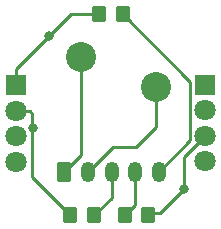
<source format=gbr>
%TF.GenerationSoftware,KiCad,Pcbnew,(6.0.9)*%
%TF.CreationDate,2023-06-19T17:18:25-04:00*%
%TF.ProjectId,ckc-mx,636b632d-6d78-42e6-9b69-6361645f7063,rev?*%
%TF.SameCoordinates,Original*%
%TF.FileFunction,Copper,L2,Bot*%
%TF.FilePolarity,Positive*%
%FSLAX46Y46*%
G04 Gerber Fmt 4.6, Leading zero omitted, Abs format (unit mm)*
G04 Created by KiCad (PCBNEW (6.0.9)) date 2023-06-19 17:18:25*
%MOMM*%
%LPD*%
G01*
G04 APERTURE LIST*
G04 Aperture macros list*
%AMRoundRect*
0 Rectangle with rounded corners*
0 $1 Rounding radius*
0 $2 $3 $4 $5 $6 $7 $8 $9 X,Y pos of 4 corners*
0 Add a 4 corners polygon primitive as box body*
4,1,4,$2,$3,$4,$5,$6,$7,$8,$9,$2,$3,0*
0 Add four circle primitives for the rounded corners*
1,1,$1+$1,$2,$3*
1,1,$1+$1,$4,$5*
1,1,$1+$1,$6,$7*
1,1,$1+$1,$8,$9*
0 Add four rect primitives between the rounded corners*
20,1,$1+$1,$2,$3,$4,$5,0*
20,1,$1+$1,$4,$5,$6,$7,0*
20,1,$1+$1,$6,$7,$8,$9,0*
20,1,$1+$1,$8,$9,$2,$3,0*%
G04 Aperture macros list end*
%TA.AperFunction,ComponentPad*%
%ADD10C,2.540000*%
%TD*%
%TA.AperFunction,ComponentPad*%
%ADD11RoundRect,0.250000X-0.350000X-0.625000X0.350000X-0.625000X0.350000X0.625000X-0.350000X0.625000X0*%
%TD*%
%TA.AperFunction,ComponentPad*%
%ADD12O,1.200000X1.750000*%
%TD*%
%TA.AperFunction,SMDPad,CuDef*%
%ADD13RoundRect,0.250000X-0.350000X-0.450000X0.350000X-0.450000X0.350000X0.450000X-0.350000X0.450000X0*%
%TD*%
%TA.AperFunction,SMDPad,CuDef*%
%ADD14RoundRect,0.250000X0.350000X0.450000X-0.350000X0.450000X-0.350000X-0.450000X0.350000X-0.450000X0*%
%TD*%
%TA.AperFunction,ComponentPad*%
%ADD15R,1.800000X1.800000*%
%TD*%
%TA.AperFunction,ComponentPad*%
%ADD16C,1.800000*%
%TD*%
%TA.AperFunction,ViaPad*%
%ADD17C,0.800000*%
%TD*%
%TA.AperFunction,Conductor*%
%ADD18C,0.250000*%
%TD*%
G04 APERTURE END LIST*
D10*
%TO.P,SW1,1,1*%
%TO.N,Net-(SW1-Pad1)*%
X145891250Y-60801250D03*
%TO.P,SW1,2,2*%
%TO.N,Net-(J1-Pad2)*%
X152241250Y-63341250D03*
%TD*%
D11*
%TO.P,J1,1,Pin_1*%
%TO.N,Net-(SW1-Pad1)*%
X144500000Y-70500000D03*
D12*
%TO.P,J1,2,Pin_2*%
%TO.N,Net-(J1-Pad2)*%
X146500000Y-70500000D03*
%TO.P,J1,3,Pin_3*%
%TO.N,Net-(J1-Pad3)*%
X148500000Y-70500000D03*
%TO.P,J1,4,Pin_4*%
%TO.N,Net-(J1-Pad4)*%
X150500000Y-70500000D03*
%TO.P,J1,5,Pin_5*%
%TO.N,Net-(J1-Pad5)*%
X152500000Y-70500000D03*
%TD*%
D13*
%TO.P,R2,1*%
%TO.N,Net-(J1-Pad4)*%
X149600000Y-74200000D03*
%TO.P,R2,2*%
%TO.N,a*%
X151600000Y-74200000D03*
%TD*%
D14*
%TO.P,R1,1*%
%TO.N,Net-(J1-Pad3)*%
X147000000Y-74200000D03*
%TO.P,R1,2*%
%TO.N,s*%
X145000000Y-74200000D03*
%TD*%
D15*
%TO.P,LED2,1,RA*%
%TO.N,d*%
X140400000Y-63200000D03*
D16*
%TO.P,LED2,2,GA*%
%TO.N,s*%
X140400000Y-65359000D03*
%TO.P,LED2,3,BA*%
%TO.N,a*%
X140400000Y-67518000D03*
%TO.P,LED2,4,K*%
%TO.N,GND*%
X140400000Y-69677000D03*
%TD*%
D15*
%TO.P,LED1,1,RA*%
%TO.N,d*%
X156400000Y-63160000D03*
D16*
%TO.P,LED1,2,GA*%
%TO.N,s*%
X156400000Y-65319000D03*
%TO.P,LED1,3,BA*%
%TO.N,a*%
X156400000Y-67478000D03*
%TO.P,LED1,4,K*%
%TO.N,GND*%
X156400000Y-69637000D03*
%TD*%
D14*
%TO.P,R3,1*%
%TO.N,Net-(J1-Pad5)*%
X149431250Y-57150000D03*
%TO.P,R3,2*%
%TO.N,d*%
X147431250Y-57150000D03*
%TD*%
D17*
%TO.N,a*%
X154600000Y-72000000D03*
%TO.N,s*%
X141806326Y-66793500D03*
%TO.N,d*%
X143200000Y-59000000D03*
%TD*%
D18*
%TO.N,Net-(J1-Pad4)*%
X150500000Y-70500000D02*
X150500000Y-73300000D01*
X150500000Y-73300000D02*
X149800000Y-74000000D01*
%TO.N,Net-(J1-Pad2)*%
X148600000Y-68400000D02*
X150600000Y-68400000D01*
X150600000Y-68400000D02*
X152241250Y-66758750D01*
X146500000Y-70500000D02*
X148600000Y-68400000D01*
X152241250Y-66758750D02*
X152241250Y-63341250D01*
%TO.N,Net-(SW1-Pad1)*%
X144500000Y-70500000D02*
X145891250Y-69108750D01*
X145891250Y-69108750D02*
X145891250Y-60801250D01*
%TO.N,Net-(J1-Pad3)*%
X148500000Y-70500000D02*
X148500000Y-72700000D01*
X148500000Y-72700000D02*
X147200000Y-74000000D01*
%TO.N,Net-(J1-Pad5)*%
X152500000Y-70500000D02*
X155175000Y-67825000D01*
X155175000Y-62893750D02*
X149431250Y-57150000D01*
X155175000Y-67825000D02*
X155175000Y-62893750D01*
%TO.N,a*%
X154600000Y-72000000D02*
X154600000Y-69278000D01*
X151800000Y-74000000D02*
X152600000Y-74000000D01*
X154600000Y-69278000D02*
X156400000Y-67478000D01*
X152600000Y-74000000D02*
X154600000Y-72000000D01*
%TO.N,s*%
X145000000Y-74200000D02*
X141800000Y-71000000D01*
X141800000Y-66799826D02*
X141806326Y-66793500D01*
X141800000Y-67000000D02*
X141800000Y-66799826D01*
X141800000Y-65600000D02*
X141559000Y-65359000D01*
X141559000Y-65359000D02*
X140400000Y-65359000D01*
X141800000Y-67000000D02*
X141800000Y-65600000D01*
X141800000Y-71000000D02*
X141800000Y-67000000D01*
%TO.N,d*%
X143200000Y-59000000D02*
X140400000Y-61800000D01*
X145050000Y-57150000D02*
X143200000Y-59000000D01*
X147431250Y-57150000D02*
X145050000Y-57150000D01*
X140400000Y-61800000D02*
X140400000Y-63200000D01*
%TD*%
M02*

</source>
